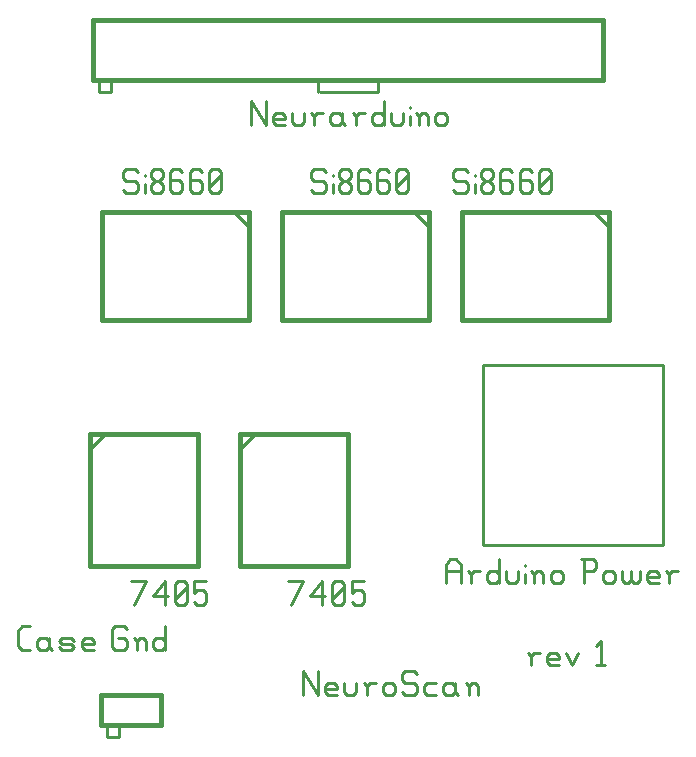
<source format=gbr>
G04 start of page 8 for group -4079 idx -4079 *
G04 Title: (unknown), topsilk *
G04 Creator: pcb 20140316 *
G04 CreationDate: Fri 19 May 2017 10:14:56 PM GMT UTC *
G04 For: thomasc *
G04 Format: Gerber/RS-274X *
G04 PCB-Dimensions (mil): 2500.00 3000.00 *
G04 PCB-Coordinate-Origin: lower left *
%MOIN*%
%FSLAX25Y25*%
%LNTOPSILK*%
%ADD67C,0.0150*%
%ADD66C,0.0100*%
G54D66*X53500Y100000D02*X57500Y108000D01*
X52500D02*X57500D01*
X59900Y103000D02*X63900Y108000D01*
X59900Y103000D02*X64900D01*
X63900Y108000D02*Y100000D01*
X67300Y101000D02*X68300Y100000D01*
X67300Y107000D02*Y101000D01*
Y107000D02*X68300Y108000D01*
X70300D01*
X71300Y107000D01*
Y101000D01*
X70300Y100000D02*X71300Y101000D01*
X68300Y100000D02*X70300D01*
X67300Y102000D02*X71300Y106000D01*
X73700Y108000D02*X77700D01*
X73700D02*Y104000D01*
X74700Y105000D01*
X76700D01*
X77700Y104000D01*
Y101000D01*
X76700Y100000D02*X77700Y101000D01*
X74700Y100000D02*X76700D01*
X73700Y101000D02*X74700Y100000D01*
X106000D02*X110000Y108000D01*
X105000D02*X110000D01*
X112400Y103000D02*X116400Y108000D01*
X112400Y103000D02*X117400D01*
X116400Y108000D02*Y100000D01*
X119800Y101000D02*X120800Y100000D01*
X119800Y107000D02*Y101000D01*
Y107000D02*X120800Y108000D01*
X122800D01*
X123800Y107000D01*
Y101000D01*
X122800Y100000D02*X123800Y101000D01*
X120800Y100000D02*X122800D01*
X119800Y102000D02*X123800Y106000D01*
X126200Y108000D02*X130200D01*
X126200D02*Y104000D01*
X127200Y105000D01*
X129200D01*
X130200Y104000D01*
Y101000D01*
X129200Y100000D02*X130200Y101000D01*
X127200Y100000D02*X129200D01*
X126200Y101000D02*X127200Y100000D01*
X157500Y113500D02*Y107500D01*
Y113500D02*X158900Y115500D01*
X161100D01*
X162500Y113500D01*
Y107500D01*
X157500Y111500D02*X162500D01*
X165900Y110500D02*Y107500D01*
Y110500D02*X166900Y111500D01*
X168900D01*
X164900D02*X165900Y110500D01*
X175300Y115500D02*Y107500D01*
X174300D02*X175300Y108500D01*
X172300Y107500D02*X174300D01*
X171300Y108500D02*X172300Y107500D01*
X171300Y110500D02*Y108500D01*
Y110500D02*X172300Y111500D01*
X174300D01*
X175300Y110500D01*
X177700Y111500D02*Y108500D01*
X178700Y107500D01*
X180700D01*
X181700Y108500D01*
Y111500D02*Y108500D01*
X184100Y113500D02*Y113300D01*
Y110500D02*Y107500D01*
X187100Y110500D02*Y107500D01*
Y110500D02*X188100Y111500D01*
X189100D01*
X190100Y110500D01*
Y107500D01*
X186100Y111500D02*X187100Y110500D01*
X192500D02*Y108500D01*
Y110500D02*X193500Y111500D01*
X195500D01*
X196500Y110500D01*
Y108500D01*
X195500Y107500D02*X196500Y108500D01*
X193500Y107500D02*X195500D01*
X192500Y108500D02*X193500Y107500D01*
X203500Y115500D02*Y107500D01*
X202500Y115500D02*X206500D01*
X207500Y114500D01*
Y112500D01*
X206500Y111500D02*X207500Y112500D01*
X203500Y111500D02*X206500D01*
X209900Y110500D02*Y108500D01*
Y110500D02*X210900Y111500D01*
X212900D01*
X213900Y110500D01*
Y108500D01*
X212900Y107500D02*X213900Y108500D01*
X210900Y107500D02*X212900D01*
X209900Y108500D02*X210900Y107500D01*
X216300Y111500D02*Y108500D01*
X217300Y107500D01*
X218300D01*
X219300Y108500D01*
Y111500D02*Y108500D01*
X220300Y107500D01*
X221300D01*
X222300Y108500D01*
Y111500D02*Y108500D01*
X225700Y107500D02*X228700D01*
X224700Y108500D02*X225700Y107500D01*
X224700Y110500D02*Y108500D01*
Y110500D02*X225700Y111500D01*
X227700D01*
X228700Y110500D01*
X224700Y109500D02*X228700D01*
Y110500D02*Y109500D01*
X232100Y110500D02*Y107500D01*
Y110500D02*X233100Y111500D01*
X235100D01*
X231100D02*X232100Y110500D01*
X54000Y245500D02*X55000Y244500D01*
X51000Y245500D02*X54000D01*
X50000Y244500D02*X51000Y245500D01*
X50000Y244500D02*Y242500D01*
X51000Y241500D01*
X54000D01*
X55000Y240500D01*
Y238500D01*
X54000Y237500D02*X55000Y238500D01*
X51000Y237500D02*X54000D01*
X50000Y238500D02*X51000Y237500D01*
X57400Y243500D02*Y243300D01*
Y240500D02*Y237500D01*
X59400Y238500D02*X60400Y237500D01*
X59400Y240100D02*Y238500D01*
Y240100D02*X60800Y241500D01*
X62000D01*
X63400Y240100D01*
Y238500D01*
X62400Y237500D02*X63400Y238500D01*
X60400Y237500D02*X62400D01*
X59400Y242900D02*X60800Y241500D01*
X59400Y244500D02*Y242900D01*
Y244500D02*X60400Y245500D01*
X62400D01*
X63400Y244500D01*
Y242900D01*
X62000Y241500D02*X63400Y242900D01*
X68800Y245500D02*X69800Y244500D01*
X66800Y245500D02*X68800D01*
X65800Y244500D02*X66800Y245500D01*
X65800Y244500D02*Y238500D01*
X66800Y237500D01*
X68800Y241900D02*X69800Y240900D01*
X65800Y241900D02*X68800D01*
X66800Y237500D02*X68800D01*
X69800Y238500D01*
Y240900D02*Y238500D01*
X75200Y245500D02*X76200Y244500D01*
X73200Y245500D02*X75200D01*
X72200Y244500D02*X73200Y245500D01*
X72200Y244500D02*Y238500D01*
X73200Y237500D01*
X75200Y241900D02*X76200Y240900D01*
X72200Y241900D02*X75200D01*
X73200Y237500D02*X75200D01*
X76200Y238500D01*
Y240900D02*Y238500D01*
X78600D02*X79600Y237500D01*
X78600Y244500D02*Y238500D01*
Y244500D02*X79600Y245500D01*
X81600D01*
X82600Y244500D01*
Y238500D01*
X81600Y237500D02*X82600Y238500D01*
X79600Y237500D02*X81600D01*
X78600Y239500D02*X82600Y243500D01*
X116500Y245500D02*X117500Y244500D01*
X113500Y245500D02*X116500D01*
X112500Y244500D02*X113500Y245500D01*
X112500Y244500D02*Y242500D01*
X113500Y241500D01*
X116500D01*
X117500Y240500D01*
Y238500D01*
X116500Y237500D02*X117500Y238500D01*
X113500Y237500D02*X116500D01*
X112500Y238500D02*X113500Y237500D01*
X119900Y243500D02*Y243300D01*
Y240500D02*Y237500D01*
X121900Y238500D02*X122900Y237500D01*
X121900Y240100D02*Y238500D01*
Y240100D02*X123300Y241500D01*
X124500D01*
X125900Y240100D01*
Y238500D01*
X124900Y237500D02*X125900Y238500D01*
X122900Y237500D02*X124900D01*
X121900Y242900D02*X123300Y241500D01*
X121900Y244500D02*Y242900D01*
Y244500D02*X122900Y245500D01*
X124900D01*
X125900Y244500D01*
Y242900D01*
X124500Y241500D02*X125900Y242900D01*
X131300Y245500D02*X132300Y244500D01*
X129300Y245500D02*X131300D01*
X128300Y244500D02*X129300Y245500D01*
X128300Y244500D02*Y238500D01*
X129300Y237500D01*
X131300Y241900D02*X132300Y240900D01*
X128300Y241900D02*X131300D01*
X129300Y237500D02*X131300D01*
X132300Y238500D01*
Y240900D02*Y238500D01*
X137700Y245500D02*X138700Y244500D01*
X135700Y245500D02*X137700D01*
X134700Y244500D02*X135700Y245500D01*
X134700Y244500D02*Y238500D01*
X135700Y237500D01*
X137700Y241900D02*X138700Y240900D01*
X134700Y241900D02*X137700D01*
X135700Y237500D02*X137700D01*
X138700Y238500D01*
Y240900D02*Y238500D01*
X141100D02*X142100Y237500D01*
X141100Y244500D02*Y238500D01*
Y244500D02*X142100Y245500D01*
X144100D01*
X145100Y244500D01*
Y238500D01*
X144100Y237500D02*X145100Y238500D01*
X142100Y237500D02*X144100D01*
X141100Y239500D02*X145100Y243500D01*
X164000Y245500D02*X165000Y244500D01*
X161000Y245500D02*X164000D01*
X160000Y244500D02*X161000Y245500D01*
X160000Y244500D02*Y242500D01*
X161000Y241500D01*
X164000D01*
X165000Y240500D01*
Y238500D01*
X164000Y237500D02*X165000Y238500D01*
X161000Y237500D02*X164000D01*
X160000Y238500D02*X161000Y237500D01*
X167400Y243500D02*Y243300D01*
Y240500D02*Y237500D01*
X169400Y238500D02*X170400Y237500D01*
X169400Y240100D02*Y238500D01*
Y240100D02*X170800Y241500D01*
X172000D01*
X173400Y240100D01*
Y238500D01*
X172400Y237500D02*X173400Y238500D01*
X170400Y237500D02*X172400D01*
X169400Y242900D02*X170800Y241500D01*
X169400Y244500D02*Y242900D01*
Y244500D02*X170400Y245500D01*
X172400D01*
X173400Y244500D01*
Y242900D01*
X172000Y241500D02*X173400Y242900D01*
X178800Y245500D02*X179800Y244500D01*
X176800Y245500D02*X178800D01*
X175800Y244500D02*X176800Y245500D01*
X175800Y244500D02*Y238500D01*
X176800Y237500D01*
X178800Y241900D02*X179800Y240900D01*
X175800Y241900D02*X178800D01*
X176800Y237500D02*X178800D01*
X179800Y238500D01*
Y240900D02*Y238500D01*
X185200Y245500D02*X186200Y244500D01*
X183200Y245500D02*X185200D01*
X182200Y244500D02*X183200Y245500D01*
X182200Y244500D02*Y238500D01*
X183200Y237500D01*
X185200Y241900D02*X186200Y240900D01*
X182200Y241900D02*X185200D01*
X183200Y237500D02*X185200D01*
X186200Y238500D01*
Y240900D02*Y238500D01*
X188600D02*X189600Y237500D01*
X188600Y244500D02*Y238500D01*
Y244500D02*X189600Y245500D01*
X191600D01*
X192600Y244500D01*
Y238500D01*
X191600Y237500D02*X192600Y238500D01*
X189600Y237500D02*X191600D01*
X188600Y239500D02*X192600Y243500D01*
X92500Y268000D02*Y260000D01*
Y268000D02*X97500Y260000D01*
Y268000D02*Y260000D01*
X100900D02*X103900D01*
X99900Y261000D02*X100900Y260000D01*
X99900Y263000D02*Y261000D01*
Y263000D02*X100900Y264000D01*
X102900D01*
X103900Y263000D01*
X99900Y262000D02*X103900D01*
Y263000D02*Y262000D01*
X106300Y264000D02*Y261000D01*
X107300Y260000D01*
X109300D01*
X110300Y261000D01*
Y264000D02*Y261000D01*
X113700Y263000D02*Y260000D01*
Y263000D02*X114700Y264000D01*
X116700D01*
X112700D02*X113700Y263000D01*
X122100Y264000D02*X123100Y263000D01*
X120100Y264000D02*X122100D01*
X119100Y263000D02*X120100Y264000D01*
X119100Y263000D02*Y261000D01*
X120100Y260000D01*
X123100Y264000D02*Y261000D01*
X124100Y260000D01*
X120100D02*X122100D01*
X123100Y261000D01*
X127500Y263000D02*Y260000D01*
Y263000D02*X128500Y264000D01*
X130500D01*
X126500D02*X127500Y263000D01*
X136900Y268000D02*Y260000D01*
X135900D02*X136900Y261000D01*
X133900Y260000D02*X135900D01*
X132900Y261000D02*X133900Y260000D01*
X132900Y263000D02*Y261000D01*
Y263000D02*X133900Y264000D01*
X135900D01*
X136900Y263000D01*
X139300Y264000D02*Y261000D01*
X140300Y260000D01*
X142300D01*
X143300Y261000D01*
Y264000D02*Y261000D01*
X145700Y266000D02*Y265800D01*
Y263000D02*Y260000D01*
X148700Y263000D02*Y260000D01*
Y263000D02*X149700Y264000D01*
X150700D01*
X151700Y263000D01*
Y260000D01*
X147700Y264000D02*X148700Y263000D01*
X154100D02*Y261000D01*
Y263000D02*X155100Y264000D01*
X157100D01*
X158100Y263000D01*
Y261000D01*
X157100Y260000D02*X158100Y261000D01*
X155100Y260000D02*X157100D01*
X154100Y261000D02*X155100Y260000D01*
X110000Y78000D02*Y70000D01*
Y78000D02*X115000Y70000D01*
Y78000D02*Y70000D01*
X118400D02*X121400D01*
X117400Y71000D02*X118400Y70000D01*
X117400Y73000D02*Y71000D01*
Y73000D02*X118400Y74000D01*
X120400D01*
X121400Y73000D01*
X117400Y72000D02*X121400D01*
Y73000D02*Y72000D01*
X123800Y74000D02*Y71000D01*
X124800Y70000D01*
X126800D01*
X127800Y71000D01*
Y74000D02*Y71000D01*
X131200Y73000D02*Y70000D01*
Y73000D02*X132200Y74000D01*
X134200D01*
X130200D02*X131200Y73000D01*
X136600D02*Y71000D01*
Y73000D02*X137600Y74000D01*
X139600D01*
X140600Y73000D01*
Y71000D01*
X139600Y70000D02*X140600Y71000D01*
X137600Y70000D02*X139600D01*
X136600Y71000D02*X137600Y70000D01*
X147000Y78000D02*X148000Y77000D01*
X144000Y78000D02*X147000D01*
X143000Y77000D02*X144000Y78000D01*
X143000Y77000D02*Y75000D01*
X144000Y74000D01*
X147000D01*
X148000Y73000D01*
Y71000D01*
X147000Y70000D02*X148000Y71000D01*
X144000Y70000D02*X147000D01*
X143000Y71000D02*X144000Y70000D01*
X151400Y74000D02*X154400D01*
X150400Y73000D02*X151400Y74000D01*
X150400Y73000D02*Y71000D01*
X151400Y70000D01*
X154400D01*
X159800Y74000D02*X160800Y73000D01*
X157800Y74000D02*X159800D01*
X156800Y73000D02*X157800Y74000D01*
X156800Y73000D02*Y71000D01*
X157800Y70000D01*
X160800Y74000D02*Y71000D01*
X161800Y70000D01*
X157800D02*X159800D01*
X160800Y71000D01*
X165200Y73000D02*Y70000D01*
Y73000D02*X166200Y74000D01*
X167200D01*
X168200Y73000D01*
Y70000D01*
X164200Y74000D02*X165200Y73000D01*
X16400Y85000D02*X19000D01*
X15000Y86400D02*X16400Y85000D01*
X15000Y91600D02*Y86400D01*
Y91600D02*X16400Y93000D01*
X19000D01*
X24400Y89000D02*X25400Y88000D01*
X22400Y89000D02*X24400D01*
X21400Y88000D02*X22400Y89000D01*
X21400Y88000D02*Y86000D01*
X22400Y85000D01*
X25400Y89000D02*Y86000D01*
X26400Y85000D01*
X22400D02*X24400D01*
X25400Y86000D01*
X29800Y85000D02*X32800D01*
X33800Y86000D01*
X32800Y87000D02*X33800Y86000D01*
X29800Y87000D02*X32800D01*
X28800Y88000D02*X29800Y87000D01*
X28800Y88000D02*X29800Y89000D01*
X32800D01*
X33800Y88000D01*
X28800Y86000D02*X29800Y85000D01*
X37200D02*X40200D01*
X36200Y86000D02*X37200Y85000D01*
X36200Y88000D02*Y86000D01*
Y88000D02*X37200Y89000D01*
X39200D01*
X40200Y88000D01*
X36200Y87000D02*X40200D01*
Y88000D02*Y87000D01*
X50200Y93000D02*X51200Y92000D01*
X47200Y93000D02*X50200D01*
X46200Y92000D02*X47200Y93000D01*
X46200Y92000D02*Y86000D01*
X47200Y85000D01*
X50200D01*
X51200Y86000D01*
Y88000D02*Y86000D01*
X50200Y89000D02*X51200Y88000D01*
X48200Y89000D02*X50200D01*
X54600Y88000D02*Y85000D01*
Y88000D02*X55600Y89000D01*
X56600D01*
X57600Y88000D01*
Y85000D01*
X53600Y89000D02*X54600Y88000D01*
X64000Y93000D02*Y85000D01*
X63000D02*X64000Y86000D01*
X61000Y85000D02*X63000D01*
X60000Y86000D02*X61000Y85000D01*
X60000Y88000D02*Y86000D01*
Y88000D02*X61000Y89000D01*
X63000D01*
X64000Y88000D01*
X186000Y83000D02*Y80000D01*
Y83000D02*X187000Y84000D01*
X189000D01*
X185000D02*X186000Y83000D01*
X192400Y80000D02*X195400D01*
X191400Y81000D02*X192400Y80000D01*
X191400Y83000D02*Y81000D01*
Y83000D02*X192400Y84000D01*
X194400D01*
X195400Y83000D01*
X191400Y82000D02*X195400D01*
Y83000D02*Y82000D01*
X197800Y84000D02*X199800Y80000D01*
X201800Y84000D02*X199800Y80000D01*
X207800Y86400D02*X209400Y88000D01*
Y80000D01*
X207800D02*X210800D01*
G54D67*X163000Y231000D02*Y195000D01*
X212000Y231000D02*Y195000D01*
G54D66*Y226000D02*X207000Y231000D01*
G54D67*X163000D02*X212000D01*
X163000Y195000D02*X212000D01*
G54D66*X170000Y120000D02*Y180000D01*
X230000D01*
Y120000D01*
X170000D01*
G54D67*X210000Y295000D02*Y275000D01*
X40000Y295000D02*Y275000D01*
G54D66*X42000D02*Y271000D01*
G54D67*X40000Y275000D02*X210000D01*
G54D66*X42000Y271000D02*X46000D01*
G54D67*X40000Y295000D02*X210000D01*
G54D66*X46000Y275000D02*Y271000D01*
X135000Y275000D02*Y271000D01*
X115000Y275000D02*Y271000D01*
X115500D02*X135000D01*
G54D67*X103000Y231000D02*Y195000D01*
X152000Y231000D02*Y195000D01*
G54D66*Y226000D02*X147000Y231000D01*
G54D67*X103000D02*X152000D01*
X103000Y195000D02*X152000D01*
X43000Y231000D02*Y195000D01*
X92000Y231000D02*Y195000D01*
G54D66*Y226000D02*X87000Y231000D01*
G54D67*X43000D02*X92000D01*
X43000Y195000D02*X92000D01*
X62500Y70000D02*X42500D01*
Y60000D02*X62500D01*
G54D66*X44500Y56000D02*X48500D01*
Y60000D01*
X44500D02*Y56000D01*
G54D67*X42500Y70000D02*Y60000D01*
X62500Y70000D02*Y60000D01*
X39000Y113000D02*X75000D01*
X39000Y157000D02*X75000D01*
G54D66*X44000D02*X39000Y152000D01*
G54D67*Y157000D02*Y113000D01*
X75000Y157000D02*Y113000D01*
X89000D02*X125000D01*
X89000Y157000D02*X125000D01*
G54D66*X94000D02*X89000Y152000D01*
G54D67*Y157000D02*Y113000D01*
X125000Y157000D02*Y113000D01*
M02*

</source>
